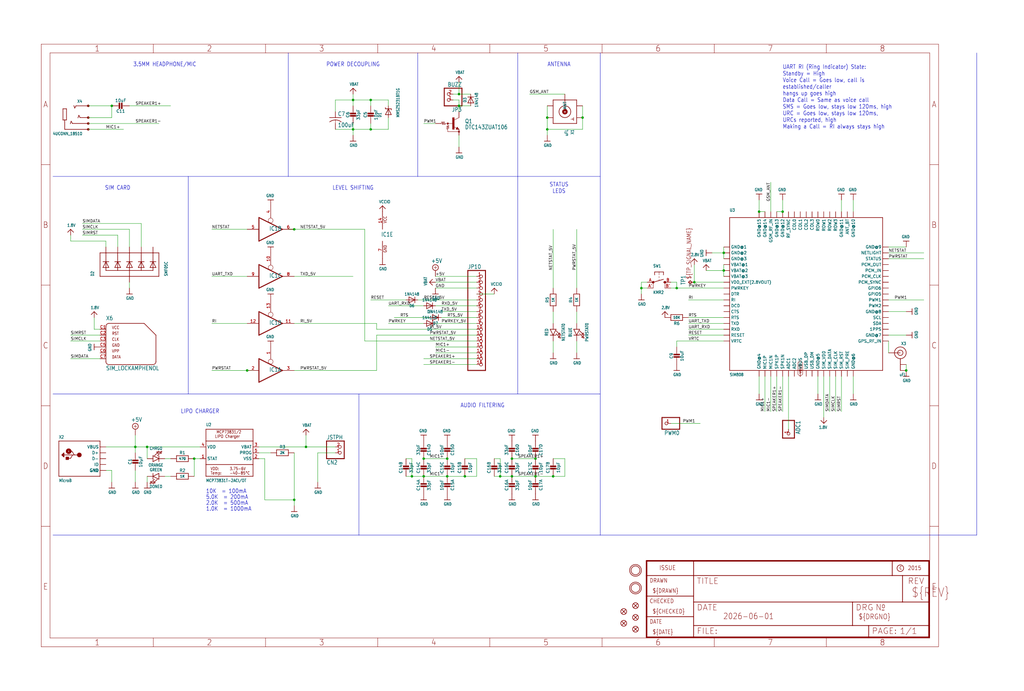
<source format=kicad_sch>
(kicad_sch (version 20230121) (generator eeschema)
  (paper "User" 442.036 298.602)
  (junction (at 182.88 205.74))
  (junction (at 236.22 55.88))
  (junction (at 292.1 124.46))
  (junction (at 160.02 55.88))
  (junction (at 299.72 121.92))
  (junction (at 327.66 91.44))
  (junction (at 312.42 116.84))
  (junction (at 152.4 55.88))
  (junction (at 391.16 160.02))
  (junction (at 127 99.06))
  (junction (at 220.98 205.74))
  (junction (at 231.14 198.12))
  (junction (at 127 215.9))
  (junction (at 132.08 193.04))
  (junction (at 182.88 198.12))
  (junction (at 215.9 205.74))
  (junction (at 160.02 43.18))
  (junction (at 198.12 45.72))
  (junction (at 58.42 193.04))
  (junction (at 276.86 124.46))
  (junction (at 48.26 45.72))
  (junction (at 152.4 43.18))
  (junction (at 251.46 50.8))
  (junction (at 200.66 205.74))
  (junction (at 177.8 205.74))
  (junction (at 231.14 205.74))
  (junction (at 193.04 205.74))
  (junction (at 236.22 50.8))
  (junction (at 63.5 193.04))
  (junction (at 193.04 198.12))
  (junction (at 238.76 205.74))
  (junction (at 106.68 160.02))
  (junction (at 337.82 91.44))
  (junction (at 220.98 198.12))
  (junction (at 312.42 109.22))
  (junction (at 198.12 40.64))
  (junction (at 83.82 198.12))
  (wire (pts (xy 213.36 198.12) (xy 215.9 198.12)) (stroke (width 0.1524)))
  (wire (pts (xy 182.88 154.94) (xy 205.74 154.94)) (stroke (width 0.1524)))
  (polyline (pts (xy 154.94 170.18) (xy 223.52 170.18)) (stroke (width 0.1524) (type solid)))
  (wire (pts (xy 48.26 45.72) (xy 48.26 50.8)) (stroke (width 0.1524)))
  (wire (pts (xy 106.68 160.02) (xy 91.44 160.02)) (stroke (width 0.1524)))
  (wire (pts (xy 167.64 55.88) (xy 167.64 50.8)) (stroke (width 0.1524)))
  (wire (pts (xy 177.8 198.12) (xy 177.8 205.74)) (stroke (width 0.1524)))
  (wire (pts (xy 38.1 53.34) (xy 68.58 53.34)) (stroke (width 0.1524)))
  (wire (pts (xy 182.88 205.74) (xy 193.04 205.74)) (stroke (width 0.1524)))
  (wire (pts (xy 175.26 198.12) (xy 177.8 198.12)) (stroke (width 0.1524)))
  (wire (pts (xy 383.54 106.68) (xy 391.16 106.68)) (stroke (width 0.1524)))
  (wire (pts (xy 363.22 162.56) (xy 363.22 177.8)) (stroke (width 0.1524)))
  (wire (pts (xy 236.22 58.42) (xy 236.22 55.88)) (stroke (width 0.1524)))
  (wire (pts (xy 340.36 162.56) (xy 340.36 185.42)) (stroke (width 0.1524)))
  (wire (pts (xy 353.06 162.56) (xy 353.06 170.18)) (stroke (width 0.1524)))
  (wire (pts (xy 251.46 55.88) (xy 251.46 50.8)) (stroke (width 0.1524)))
  (wire (pts (xy 248.92 99.06) (xy 248.92 124.46)) (stroke (width 0.1524)))
  (wire (pts (xy 45.72 106.68) (xy 45.72 104.14)) (stroke (width 0.1524)))
  (wire (pts (xy 238.76 124.46) (xy 238.76 99.06)) (stroke (width 0.1524)))
  (wire (pts (xy 187.96 53.34) (xy 182.88 53.34)) (stroke (width 0.1524)))
  (wire (pts (xy 182.88 139.7) (xy 167.64 139.7)) (stroke (width 0.1524)))
  (wire (pts (xy 205.74 198.12) (xy 205.74 205.74)) (stroke (width 0.1524)))
  (wire (pts (xy 337.82 162.56) (xy 337.82 177.8)) (stroke (width 0.1524)))
  (wire (pts (xy 312.42 121.92) (xy 299.72 121.92)) (stroke (width 0.1524)))
  (wire (pts (xy 132.08 193.04) (xy 111.76 193.04)) (stroke (width 0.1524)))
  (wire (pts (xy 60.96 96.52) (xy 35.56 96.52)) (stroke (width 0.1524)))
  (wire (pts (xy 190.5 137.16) (xy 205.74 137.16)) (stroke (width 0.1524)))
  (wire (pts (xy 137.16 195.58) (xy 137.16 208.28)) (stroke (width 0.1524)))
  (wire (pts (xy 391.16 157.48) (xy 391.16 160.02)) (stroke (width 0.1524)))
  (wire (pts (xy 132.08 193.04) (xy 144.78 193.04)) (stroke (width 0.1524)))
  (wire (pts (xy 215.9 205.74) (xy 213.36 205.74)) (stroke (width 0.1524)))
  (polyline (pts (xy 223.52 170.18) (xy 223.52 76.2)) (stroke (width 0.1524) (type solid)))
  (polyline (pts (xy 180.34 76.2) (xy 180.34 22.86)) (stroke (width 0.1524) (type solid)))
  (wire (pts (xy 127 99.06) (xy 157.48 99.06)) (stroke (width 0.1524)))
  (wire (pts (xy 327.66 162.56) (xy 327.66 170.18)) (stroke (width 0.1524)))
  (wire (pts (xy 248.92 152.4) (xy 248.92 147.32)) (stroke (width 0.1524)))
  (wire (pts (xy 127 215.9) (xy 127 218.44)) (stroke (width 0.1524)))
  (wire (pts (xy 198.12 45.72) (xy 203.2 45.72)) (stroke (width 0.1524)))
  (wire (pts (xy 111.76 198.12) (xy 114.3 198.12)) (stroke (width 0.1524)))
  (wire (pts (xy 198.12 58.42) (xy 198.12 63.5)) (stroke (width 0.1524)))
  (polyline (pts (xy 81.28 170.18) (xy 154.94 170.18)) (stroke (width 0.1524) (type solid)))
  (polyline (pts (xy 259.08 170.18) (xy 259.08 76.2)) (stroke (width 0.1524) (type solid)))
  (wire (pts (xy 48.26 45.72) (xy 38.1 45.72)) (stroke (width 0.1524)))
  (wire (pts (xy 358.14 177.8) (xy 358.14 162.56)) (stroke (width 0.1524)))
  (wire (pts (xy 289.56 182.88) (xy 302.26 182.88)) (stroke (width 0.1524)))
  (wire (pts (xy 152.4 45.72) (xy 152.4 43.18)) (stroke (width 0.1524)))
  (wire (pts (xy 187.96 139.7) (xy 205.74 139.7)) (stroke (width 0.1524)))
  (wire (pts (xy 152.4 43.18) (xy 160.02 43.18)) (stroke (width 0.1524)))
  (wire (pts (xy 45.72 203.2) (xy 48.26 203.2)) (stroke (width 0.1524)))
  (wire (pts (xy 363.22 86.36) (xy 363.22 91.44)) (stroke (width 0.1524)))
  (wire (pts (xy 279.4 121.92) (xy 276.86 121.92)) (stroke (width 0.1524)))
  (wire (pts (xy 30.48 154.94) (xy 43.18 154.94)) (stroke (width 0.1524)))
  (wire (pts (xy 335.28 177.8) (xy 335.28 162.56)) (stroke (width 0.1524)))
  (wire (pts (xy 162.56 144.78) (xy 205.74 144.78)) (stroke (width 0.1524)))
  (wire (pts (xy 205.74 142.24) (xy 162.56 142.24)) (stroke (width 0.1524)))
  (wire (pts (xy 45.72 104.14) (xy 30.48 104.14)) (stroke (width 0.1524)))
  (wire (pts (xy 106.68 139.7) (xy 91.44 139.7)) (stroke (width 0.1524)))
  (wire (pts (xy 205.74 119.38) (xy 187.96 119.38)) (stroke (width 0.1524)))
  (wire (pts (xy 312.42 114.3) (xy 312.42 116.84)) (stroke (width 0.1524)))
  (wire (pts (xy 205.74 149.86) (xy 187.96 149.86)) (stroke (width 0.1524)))
  (wire (pts (xy 327.66 91.44) (xy 330.2 91.44)) (stroke (width 0.1524)))
  (wire (pts (xy 63.5 198.12) (xy 63.5 193.04)) (stroke (width 0.1524)))
  (wire (pts (xy 180.34 129.54) (xy 205.74 129.54)) (stroke (width 0.1524)))
  (polyline (pts (xy 22.86 231.14) (xy 154.94 231.14)) (stroke (width 0.1524) (type solid)))
  (wire (pts (xy 236.22 50.8) (xy 236.22 55.88)) (stroke (width 0.1524)))
  (wire (pts (xy 276.86 124.46) (xy 276.86 127)) (stroke (width 0.1524)))
  (polyline (pts (xy 22.86 76.2) (xy 81.28 76.2)) (stroke (width 0.1524) (type solid)))
  (wire (pts (xy 195.58 43.18) (xy 198.12 43.18)) (stroke (width 0.1524)))
  (wire (pts (xy 198.12 40.64) (xy 203.2 40.64)) (stroke (width 0.1524)))
  (wire (pts (xy 127 139.7) (xy 162.56 139.7)) (stroke (width 0.1524)))
  (wire (pts (xy 83.82 205.74) (xy 83.82 198.12)) (stroke (width 0.1524)))
  (wire (pts (xy 182.88 157.48) (xy 205.74 157.48)) (stroke (width 0.1524)))
  (wire (pts (xy 312.42 109.22) (xy 312.42 111.76)) (stroke (width 0.1524)))
  (wire (pts (xy 276.86 121.92) (xy 276.86 124.46)) (stroke (width 0.1524)))
  (wire (pts (xy 43.18 144.78) (xy 30.48 144.78)) (stroke (width 0.1524)))
  (wire (pts (xy 60.96 106.68) (xy 60.96 96.52)) (stroke (width 0.1524)))
  (wire (pts (xy 312.42 142.24) (xy 297.18 142.24)) (stroke (width 0.1524)))
  (wire (pts (xy 231.14 198.12) (xy 220.98 198.12)) (stroke (width 0.1524)))
  (wire (pts (xy 330.2 177.8) (xy 330.2 162.56)) (stroke (width 0.1524)))
  (wire (pts (xy 144.78 43.18) (xy 152.4 43.18)) (stroke (width 0.1524)))
  (polyline (pts (xy 259.08 231.14) (xy 259.08 170.18)) (stroke (width 0.1524) (type solid)))
  (wire (pts (xy 292.1 147.32) (xy 292.1 149.86)) (stroke (width 0.1524)))
  (wire (pts (xy 307.34 109.22) (xy 312.42 109.22)) (stroke (width 0.1524)))
  (wire (pts (xy 38.1 50.8) (xy 48.26 50.8)) (stroke (width 0.1524)))
  (wire (pts (xy 190.5 134.62) (xy 205.74 134.62)) (stroke (width 0.1524)))
  (wire (pts (xy 58.42 193.04) (xy 63.5 193.04)) (stroke (width 0.1524)))
  (polyline (pts (xy 81.28 76.2) (xy 124.46 76.2)) (stroke (width 0.1524) (type solid)))
  (wire (pts (xy 160.02 43.18) (xy 167.64 43.18)) (stroke (width 0.1524)))
  (wire (pts (xy 187.96 121.92) (xy 205.74 121.92)) (stroke (width 0.1524)))
  (wire (pts (xy 238.76 147.32) (xy 238.76 152.4)) (stroke (width 0.1524)))
  (wire (pts (xy 312.42 144.78) (xy 297.18 144.78)) (stroke (width 0.1524)))
  (polyline (pts (xy 154.94 231.14) (xy 259.08 231.14)) (stroke (width 0.1524) (type solid)))
  (wire (pts (xy 38.1 55.88) (xy 53.34 55.88)) (stroke (width 0.1524)))
  (polyline (pts (xy 22.86 170.18) (xy 81.28 170.18)) (stroke (width 0.1524) (type solid)))
  (wire (pts (xy 332.74 162.56) (xy 332.74 177.8)) (stroke (width 0.1524)))
  (wire (pts (xy 355.6 162.56) (xy 355.6 180.34)) (stroke (width 0.1524)))
  (wire (pts (xy 236.22 55.88) (xy 251.46 55.88)) (stroke (width 0.1524)))
  (wire (pts (xy 238.76 134.62) (xy 238.76 139.7)) (stroke (width 0.1524)))
  (wire (pts (xy 50.8 101.6) (xy 35.56 101.6)) (stroke (width 0.1524)))
  (wire (pts (xy 111.76 195.58) (xy 116.84 195.58)) (stroke (width 0.1524)))
  (wire (pts (xy 360.68 162.56) (xy 360.68 177.8)) (stroke (width 0.1524)))
  (wire (pts (xy 83.82 198.12) (xy 86.36 198.12)) (stroke (width 0.1524)))
  (wire (pts (xy 198.12 43.18) (xy 198.12 45.72)) (stroke (width 0.1524)))
  (wire (pts (xy 198.12 40.64) (xy 195.58 40.64)) (stroke (width 0.1524)))
  (wire (pts (xy 55.88 121.92) (xy 55.88 124.46)) (stroke (width 0.1524)))
  (wire (pts (xy 312.42 137.16) (xy 297.18 137.16)) (stroke (width 0.1524)))
  (wire (pts (xy 238.76 198.12) (xy 243.84 198.12)) (stroke (width 0.1524)))
  (wire (pts (xy 48.26 203.2) (xy 48.26 208.28)) (stroke (width 0.1524)))
  (wire (pts (xy 127 119.38) (xy 152.4 119.38)) (stroke (width 0.1524)))
  (wire (pts (xy 58.42 195.58) (xy 58.42 193.04)) (stroke (width 0.1524)))
  (wire (pts (xy 73.66 45.72) (xy 55.88 45.72)) (stroke (width 0.1524)))
  (wire (pts (xy 383.54 147.32) (xy 383.54 152.4)) (stroke (width 0.1524)))
  (wire (pts (xy 63.5 193.04) (xy 86.36 193.04)) (stroke (width 0.1524)))
  (wire (pts (xy 73.66 205.74) (xy 71.12 205.74)) (stroke (width 0.1524)))
  (wire (pts (xy 368.3 170.18) (xy 368.3 162.56)) (stroke (width 0.1524)))
  (wire (pts (xy 198.12 45.72) (xy 198.12 48.26)) (stroke (width 0.1524)))
  (wire (pts (xy 236.22 45.72) (xy 236.22 50.8)) (stroke (width 0.1524)))
  (wire (pts (xy 215.9 205.74) (xy 220.98 205.74)) (stroke (width 0.1524)))
  (wire (pts (xy 124.46 99.06) (xy 127 99.06)) (stroke (width 0.1524)))
  (wire (pts (xy 312.42 129.54) (xy 297.18 129.54)) (stroke (width 0.1524)))
  (wire (pts (xy 383.54 144.78) (xy 391.16 144.78)) (stroke (width 0.1524)))
  (wire (pts (xy 50.8 106.68) (xy 50.8 101.6)) (stroke (width 0.1524)))
  (wire (pts (xy 160.02 55.88) (xy 167.64 55.88)) (stroke (width 0.1524)))
  (wire (pts (xy 167.64 43.18) (xy 167.64 45.72)) (stroke (width 0.1524)))
  (wire (pts (xy 292.1 147.32) (xy 312.42 147.32)) (stroke (width 0.1524)))
  (wire (pts (xy 243.84 205.74) (xy 238.76 205.74)) (stroke (width 0.1524)))
  (wire (pts (xy 327.66 86.36) (xy 327.66 91.44)) (stroke (width 0.1524)))
  (polyline (pts (xy 154.94 231.14) (xy 154.94 170.18)) (stroke (width 0.1524) (type solid)))
  (wire (pts (xy 391.16 134.62) (xy 383.54 134.62)) (stroke (width 0.1524)))
  (polyline (pts (xy 124.46 76.2) (xy 180.34 76.2)) (stroke (width 0.1524) (type solid)))
  (wire (pts (xy 312.42 106.68) (xy 312.42 109.22)) (stroke (width 0.1524)))
  (wire (pts (xy 238.76 205.74) (xy 231.14 205.74)) (stroke (width 0.1524)))
  (polyline (pts (xy 223.52 76.2) (xy 180.34 76.2)) (stroke (width 0.1524) (type solid)))
  (wire (pts (xy 292.1 121.92) (xy 292.1 124.46)) (stroke (width 0.1524)))
  (polyline (pts (xy 223.52 170.18) (xy 259.08 170.18)) (stroke (width 0.1524) (type solid)))
  (wire (pts (xy 55.88 99.06) (xy 35.56 99.06)) (stroke (width 0.1524)))
  (wire (pts (xy 162.56 142.24) (xy 162.56 139.7)) (stroke (width 0.1524)))
  (wire (pts (xy 157.48 147.32) (xy 157.48 99.06)) (stroke (width 0.1524)))
  (wire (pts (xy 152.4 58.42) (xy 152.4 55.88)) (stroke (width 0.1524)))
  (wire (pts (xy 182.88 132.08) (xy 167.64 132.08)) (stroke (width 0.1524)))
  (wire (pts (xy 170.18 137.16) (xy 185.42 137.16)) (stroke (width 0.1524)))
  (wire (pts (xy 63.5 205.74) (xy 63.5 208.28)) (stroke (width 0.1524)))
  (wire (pts (xy 127 195.58) (xy 127 215.9)) (stroke (width 0.1524)))
  (wire (pts (xy 187.96 132.08) (xy 205.74 132.08)) (stroke (width 0.1524)))
  (wire (pts (xy 312.42 116.84) (xy 304.8 116.84)) (stroke (width 0.1524)))
  (wire (pts (xy 40.64 142.24) (xy 40.64 137.16)) (stroke (width 0.1524)))
  (wire (pts (xy 200.66 198.12) (xy 205.74 198.12)) (stroke (width 0.1524)))
  (wire (pts (xy 109.22 160.02) (xy 106.68 160.02)) (stroke (width 0.1524)))
  (wire (pts (xy 299.72 121.92) (xy 299.72 114.3)) (stroke (width 0.1524)))
  (wire (pts (xy 106.68 99.06) (xy 91.44 99.06)) (stroke (width 0.1524)))
  (wire (pts (xy 312.42 139.7) (xy 297.18 139.7)) (stroke (width 0.1524)))
  (wire (pts (xy 228.6 40.64) (xy 243.84 40.64)) (stroke (width 0.1524)))
  (wire (pts (xy 58.42 193.04) (xy 58.42 187.96)) (stroke (width 0.1524)))
  (wire (pts (xy 205.74 124.46) (xy 187.96 124.46)) (stroke (width 0.1524)))
  (wire (pts (xy 335.28 91.44) (xy 337.82 91.44)) (stroke (width 0.1524)))
  (polyline (pts (xy 81.28 170.18) (xy 81.28 76.2)) (stroke (width 0.1524) (type solid)))
  (wire (pts (xy 175.26 129.54) (xy 160.02 129.54)) (stroke (width 0.1524)))
  (wire (pts (xy 55.88 106.68) (xy 55.88 99.06)) (stroke (width 0.1524)))
  (wire (pts (xy 193.04 198.12) (xy 182.88 198.12)) (stroke (width 0.1524)))
  (wire (pts (xy 106.68 119.38) (xy 91.44 119.38)) (stroke (width 0.1524)))
  (wire (pts (xy 144.78 48.26) (xy 144.78 43.18)) (stroke (width 0.1524)))
  (polyline (pts (xy 124.46 76.2) (xy 124.46 22.86)) (stroke (width 0.1524) (type solid)))
  (wire (pts (xy 205.74 147.32) (xy 157.48 147.32)) (stroke (width 0.1524)))
  (wire (pts (xy 73.66 198.12) (xy 71.12 198.12)) (stroke (width 0.1524)))
  (wire (pts (xy 215.9 198.12) (xy 215.9 205.74)) (stroke (width 0.1524)))
  (wire (pts (xy 289.56 121.92) (xy 292.1 121.92)) (stroke (width 0.1524)))
  (polyline (pts (xy 223.52 76.2) (xy 223.52 22.86)) (stroke (width 0.1524) (type solid)))
  (wire (pts (xy 337.82 86.36) (xy 337.82 91.44)) (stroke (width 0.1524)))
  (wire (pts (xy 205.74 152.4) (xy 187.96 152.4)) (stroke (width 0.1524)))
  (wire (pts (xy 220.98 205.74) (xy 231.14 205.74)) (stroke (width 0.1524)))
  (polyline (pts (xy 259.08 231.14) (xy 421.64 231.14)) (stroke (width 0.1524) (type solid)))
  (wire (pts (xy 243.84 198.12) (xy 243.84 205.74)) (stroke (width 0.1524)))
  (wire (pts (xy 132.08 193.04) (xy 132.08 187.96)) (stroke (width 0.1524)))
  (wire (pts (xy 45.72 193.04) (xy 58.42 193.04)) (stroke (width 0.1524)))
  (wire (pts (xy 144.78 55.88) (xy 152.4 55.88)) (stroke (width 0.1524)))
  (wire (pts (xy 152.4 53.34) (xy 152.4 55.88)) (stroke (width 0.1524)))
  (wire (pts (xy 312.42 116.84) (xy 312.42 119.38)) (stroke (width 0.1524)))
  (wire (pts (xy 177.8 205.74) (xy 175.26 205.74)) (stroke (width 0.1524)))
  (wire (pts (xy 332.74 91.44) (xy 332.74 78.74)) (stroke (width 0.1524)))
  (wire (pts (xy 152.4 43.18) (xy 152.4 40.64)) (stroke (width 0.1524)))
  (wire (pts (xy 137.16 195.58) (xy 144.78 195.58)) (stroke (width 0.1524)))
  (wire (pts (xy 43.18 142.24) (xy 40.64 142.24)) (stroke (width 0.1524)))
  (wire (pts (xy 114.3 198.12) (xy 114.3 215.9)) (stroke (width 0.1524)))
  (wire (pts (xy 248.92 134.62) (xy 248.92 139.7)) (stroke (width 0.1524)))
  (wire (pts (xy 58.42 203.2) (xy 58.42 208.28)) (stroke (width 0.1524)))
  (wire (pts (xy 213.36 127) (xy 205.74 127)) (stroke (width 0.1524)))
  (wire (pts (xy 127 160.02) (xy 162.56 160.02)) (stroke (width 0.1524)))
  (polyline (pts (xy 421.64 231.14) (xy 421.64 22.86)) (stroke (width 0.1524) (type solid)))
  (wire (pts (xy 30.48 104.14) (xy 30.48 101.6)) (stroke (width 0.1524)))
  (polyline (pts (xy 223.52 76.2) (xy 259.08 76.2)) (stroke (width 0.1524) (type solid)))
  (wire (pts (xy 114.3 215.9) (xy 127 215.9)) (stroke (width 0.1524)))
  (wire (pts (xy 200.66 205.74) (xy 193.04 205.74)) (stroke (width 0.1524)))
  (wire (pts (xy 198.12 35.56) (xy 198.12 40.64)) (stroke (width 0.1524)))
  (wire (pts (xy 368.3 91.44) (xy 368.3 86.36)) (stroke (width 0.1524)))
  (wire (pts (xy 312.42 124.46) (xy 292.1 124.46)) (stroke (width 0.1524)))
  (wire (pts (xy 279.4 124.46) (xy 276.86 124.46)) (stroke (width 0.1524)))
  (wire (pts (xy 160.02 53.34) (xy 160.02 55.88)) (stroke (width 0.1524)))
  (wire (pts (xy 160.02 45.72) (xy 160.02 43.18)) (stroke (width 0.1524)))
  (wire (pts (xy 162.56 160.02) (xy 162.56 144.78)) (stroke (width 0.1524)))
  (wire (pts (xy 383.54 129.54) (xy 398.78 129.54)) (stroke (width 0.1524)))
  (wire (pts (xy 398.78 111.76) (xy 383.54 111.76)) (stroke (width 0.1524)))
  (wire (pts (xy 205.74 205.74) (xy 200.66 205.74)) (stroke (width 0.1524)))
  (wire (pts (xy 292.1 124.46) (xy 289.56 124.46)) (stroke (width 0.1524)))
  (wire (pts (xy 152.4 55.88) (xy 160.02 55.88)) (stroke (width 0.1524)))
  (wire (pts (xy 398.78 109.22) (xy 383.54 109.22)) (stroke (width 0.1524)))
  (wire (pts (xy 43.18 147.32) (xy 30.48 147.32)) (stroke (width 0.1524)))
  (wire (pts (xy 177.8 205.74) (xy 182.88 205.74)) (stroke (width 0.1524)))
  (polyline (pts (xy 259.08 76.2) (xy 259.08 22.86)) (stroke (width 0.1524) (type solid)))
  (wire (pts (xy 251.46 50.8) (xy 251.46 45.72)) (stroke (width 0.1524)))
  (text "STATUS\nLEDS" (at 241.3 81.28 0) (effects (font (size 1.778 1.5113))))
  (text "2.0K  = 500mA" (at 88.9 218.44 0) (effects (font (size 1.778 1.5113)) (justify left bottom)))
  (text "ANTENNA" (at 241.3 27.94 0) (effects (font (size 1.778 1.5113))))
  (text "10K  = 100mA" (at 88.9 213.36 0) (effects (font (size 1.778 1.5113)) (justify left bottom)))
  (text "POWER DECOUPLING" (at 152.4 27.94 0) (effects (font (size 1.778 1.5113))))
  (text "LEVEL SHIFTING" (at 152.4 81.28 0) (effects (font (size 1.778 1.5113))))
  (text "SIM CARD" (at 50.8 81.28 0) (effects (font (size 1.778 1.5113))))
  (text "1.0K  = 1000mA" (at 88.9 220.98 0) (effects (font (size 1.778 1.5113)) (justify left bottom)))
  (text "UART RI (Ring Indicator) State:\nStandby = High\nVoice Call = Goes low, call is\nestablished/caller\nhangs up goes high\nData Call = Same as voice call\nSMS = Goes low, stays low 120ms, high\nURC = Goes low, stays low 120ms,\nURCs reported, high\nMaking a Call = RI always stays high" (at 337.82 55.88 0) (effects (font (size 1.778 1.5113)) (justify left bottom)))
  (text "LIPO CHARGER" (at 86.36 177.8 0) (effects (font (size 1.778 1.5113))))
  (text "AUDIO FILTERING" (at 208.28 175.26 0) (effects (font (size 1.778 1.5113))))
  (text "5.0K  = 200mA" (at 88.9 215.9 0) (effects (font (size 1.778 1.5113)) (justify left bottom)))
  (text "3.5MM HEADPHONE/MIC" (at 71.12 27.94 0) (effects (font (size 1.778 1.5113))))
  (label "MIC1+" (at 330.2 177.8 90) (effects (font (size 1.2446 1.2446))))
  (label "RESET" (at 297.18 144.78 0) (effects (font (size 1.2446 1.2446))))
  (label "PWM1" (at 386.08 129.54 0) (effects (font (size 1.2446 1.2446))))
  (label "PWRSTAT_5V" (at 185.42 144.78 0) (effects (font (size 1.2446 1.2446))))
  (label "SPEAKER1+" (at 335.28 177.8 90) (effects (font (size 1.2446 1.2446))))
  (label "RTS_5V" (at 193.04 137.16 0) (effects (font (size 1.2446 1.2446))))
  (label "GND" (at 187.96 124.46 0) (effects (font (size 1.2446 1.2446))))
  (label "GSM_ANT" (at 228.6 40.64 0) (effects (font (size 1.2446 1.2446))))
  (label "VRTC" (at 297.18 147.32 0) (effects (font (size 1.2446 1.2446))))
  (label "RI" (at 91.44 139.7 0) (effects (font (size 1.2446 1.2446))))
  (label "MIC1-" (at 185.42 205.74 0) (effects (font (size 1.2446 1.2446))))
  (label "SPEAKER1+" (at 58.42 45.72 0) (effects (font (size 1.2446 1.2446))))
  (label "SIMDATA" (at 358.14 177.8 90) (effects (font (size 1.2446 1.2446))))
  (label "PWRSTAT_5V" (at 129.54 160.02 0) (effects (font (size 1.2446 1.2446))))
  (label "NETSTAT" (at 91.44 99.06 0) (effects (font (size 1.2446 1.2446))))
  (label "UART_RXD" (at 167.64 132.08 0) (effects (font (size 1.2446 1.2446))))
  (label "SIMCLK" (at 35.56 99.06 0) (effects (font (size 1.2446 1.2446))))
  (label "SIMCLK" (at 30.48 147.32 0) (effects (font (size 1.2446 1.2446))))
  (label "PWRSTAT" (at 91.44 160.02 0) (effects (font (size 1.2446 1.2446))))
  (label "MIC1-" (at 187.96 152.4 0) (effects (font (size 1.2446 1.2446))))
  (label "MIC1+" (at 45.72 55.88 0) (effects (font (size 1.2446 1.2446))))
  (label "RXD_5V" (at 190.5 132.08 0) (effects (font (size 1.2446 1.2446))))
  (label "PWRKEY" (at 297.18 124.46 0) (effects (font (size 1.2446 1.2446))))
  (label "SIMDATA" (at 35.56 96.52 0) (effects (font (size 1.2446 1.2446))))
  (label "+5V" (at 187.96 119.38 0) (effects (font (size 1.2446 1.2446))))
  (label "NETSTAT_5V" (at 129.54 99.06 0) (effects (font (size 1.2446 1.2446))))
  (label "SIMRST" (at 35.56 101.6 0) (effects (font (size 1.2446 1.2446))))
  (label "SIMDATA" (at 30.48 154.94 0) (effects (font (size 1.2446 1.2446))))
  (label "SPEAKER1-" (at 58.42 53.34 0) (effects (font (size 1.2446 1.2446))))
  (label "RTS" (at 172.72 137.16 0) (effects (font (size 1.2446 1.2446))))
  (label "MIC1+" (at 187.96 149.86 0) (effects (font (size 1.2446 1.2446))))
  (label "RI_5V" (at 185.42 142.24 0) (effects (font (size 1.2446 1.2446))))
  (label "RI" (at 297.18 129.54 0) (effects (font (size 1.2446 1.2446))))
  (label "RESET_5V" (at 182.88 129.54 0) (effects (font (size 1.2446 1.2446))))
  (label "SIMCLK" (at 360.68 177.8 90) (effects (font (size 1.2446 1.2446))))
  (label "SPEAKER1-" (at 337.82 177.8 90) (effects (font (size 1.2446 1.2446))))
  (label "PWRKEY_5V" (at 190.5 139.7 0) (effects (font (size 1.2446 1.2446))))
  (label "PWM1" (at 294.64 182.88 0) (effects (font (size 1.2446 1.2446))))
  (label "NETSTAT_5V" (at 185.42 147.32 0) (effects (font (size 1.2446 1.2446))))
  (label "SPEAKER1-" (at 223.52 205.74 0) (effects (font (size 1.2446 1.2446))))
  (label "TXD_5V" (at 190.5 134.62 0) (effects (font (size 1.2446 1.2446))))
  (label "SPEAKER1-" (at 185.42 157.48 0) (effects (font (size 1.2446 1.2446))))
  (label "UART_RXD" (at 297.18 142.24 0) (effects (font (size 1.2446 1.2446))))
  (label "NETSTAT_5V" (at 238.76 116.84 90) (effects (font (size 1.2446 1.2446))))
  (label "PWRKEY" (at 167.64 139.7 0) (effects (font (size 1.2446 1.2446))))
  (label "SIMRST" (at 30.48 144.78 0) (effects (font (size 1.2446 1.2446))))
  (label "VBAT" (at 187.96 121.92 0) (effects (font (size 1.2446 1.2446))))
  (label "MIC1-" (at 332.74 177.8 90) (effects (font (size 1.2446 1.2446))))
  (label "RESET" (at 160.02 129.54 0) (effects (font (size 1.2446 1.2446))))
  (label "PWM1" (at 182.88 53.34 0) (effects (font (size 1.2446 1.2446))))
  (label "MIC1+" (at 185.42 198.12 0) (effects (font (size 1.2446 1.2446))))
  (label "SPEAKER1+" (at 223.52 198.12 0) (effects (font (size 1.2446 1.2446))))
  (label "PWRSTAT" (at 383.54 111.76 0) (effects (font (size 1.2446 1.2446))))
  (label "RTS" (at 297.18 137.16 0) (effects (font (size 1.2446 1.2446))))
  (label "TXD_5V" (at 129.54 119.38 0) (effects (font (size 1.2446 1.2446))))
  (label "UART_TXD" (at 91.44 119.38 0) (effects (font (size 1.2446 1.2446))))
  (label "PWRSTAT_5V" (at 248.92 116.84 90) (effects (font (size 1.2446 1.2446))))
  (label "SPEAKER1+" (at 185.42 154.94 0) (effects (font (size 1.2446 1.2446))))
  (label "SIMRST" (at 363.22 177.8 90) (effects (font (size 1.2446 1.2446))))
  (label "UART_TXD" (at 297.18 139.7 0) (effects (font (size 1.2446 1.2446))))
  (label "NETSTAT" (at 383.54 109.22 0) (effects (font (size 1.2446 1.2446))))
  (label "GSM_ANT" (at 332.74 78.74 270) (effects (font (size 1.2446 1.2446))))
  (label "RI_5V" (at 129.54 139.7 0) (effects (font (size 1.2446 1.2446))))
  (global_label "VBUS" (shape bidirectional) (at 345.44 162.56 90) (effects (font (size 1.016 1.016))) (property "Intersheetrefs" "${INTERSHEET_REFS}" (effects hide)))
  (symbol (lib_id "working-eagle-import:-NPN_DRIVER-SC59-BEC") (at 195.58 53.34 0) (unit 1)
    (property "Reference" "Q1" (at 200.66 53.34 0) (effects (font (size 1.778 1.5113)) (justify left bottom)))
    (property "Value" "DTC143ZUAT106" (at 200.66 55.88 0) (effects (font (size 1.778 1.5113)) (justify left bottom)))
    (property "Footprint" "working:SC59-BEC" (effects hide))
  )
  (symbol (lib_id "working-eagle-import:FIDUCIAL{dblquote}{dblquote}") (at 269.24 264.16 0) (unit 1)
    (property "Reference" "FID4" (effects hide))
    (property "Value" "FIDUCIAL{dblquote}{dblquote}" (effects hide))
    (property "Footprint" "working:FIDUCIAL_1MM" (effects hide))
  )
  (symbol (lib_id "working-eagle-import:CAP_CERAMIC0805-NOOUTLINE") (at 152.4 50.8 0) (unit 1)
    (property "Reference" "C6" (at 150.11 49.55 90))
    (property "Value" "33pF" (at 154.7 49.55 90))
    (property "Footprint" "working:0805-NO" (effects hide))
  )
  (symbol (lib_id "working-eagle-import:CAP_4PACK1206") (at 182.88 210.82 0) (unit 1)
    (property "Reference" "C14" (at 180.59 209.57 90))
    (property "Value" "33pF" (at 185.18 209.57 90))
    (property "Footprint" "working:RESPACK_4X0603" (effects hide))
  )
  (symbol (lib_id "working-eagle-import:GND") (at 137.16 210.82 0) (unit 1)
    (property "Reference" "#U$4" (effects hide))
    (property "Value" "GND" (at 135.636 213.36 0) (effects (font (size 1.27 1.0795)) (justify left bottom)))
  )
  (symbol (lib_id "working-eagle-import:CAP_4PACK1206") (at 231.14 193.04 180) (unit 4)
    (property "Reference" "C17" (at 233.43 194.29 90))
    (property "Value" "10pF" (at 228.84 194.29 90))
    (property "Footprint" "working:RESPACK_4X0603" (effects hide))
  )
  (symbol (lib_id "working-eagle-import:HEADER-1X2ROUND") (at 193.04 40.64 180) (unit 1)
    (property "Reference" "JP3" (at 199.39 46.355 0) (effects (font (size 1.778 1.5113)) (justify left bottom)))
    (property "Value" "BUZZ" (at 199.39 35.56 0) (effects (font (size 1.778 1.5113)) (justify left bottom)))
    (property "Footprint" "working:1X02_ROUND" (effects hide))
  )
  (symbol (lib_id "working-eagle-import:GND") (at 48.26 210.82 0) (unit 1)
    (property "Reference" "#U$2" (effects hide))
    (property "Value" "GND" (at 46.736 213.36 0) (effects (font (size 1.27 1.0795)) (justify left bottom)))
  )
  (symbol (lib_id "working-eagle-import:2.8V") (at 287.02 134.62 0) (unit 1)
    (property "Reference" "#U$10" (effects hide))
    (property "Value" "2.8V" (at 285.496 133.604 0) (effects (font (size 1.27 1.0795)) (justify left bottom)))
  )
  (symbol (lib_id "working-eagle-import:VBAT") (at 152.4 38.1 0) (unit 1)
    (property "Reference" "#U$9" (effects hide))
    (property "Value" "VBAT" (at 150.876 37.084 0) (effects (font (size 1.27 1.0795)) (justify left bottom)))
  )
  (symbol (lib_id "working-eagle-import:GND") (at 116.84 106.68 180) (unit 1)
    (property "Reference" "#U$19" (effects hide))
    (property "Value" "GND" (at 118.364 104.14 0) (effects (font (size 1.27 1.0795)) (justify left bottom)))
  )
  (symbol (lib_id "working-eagle-import:GND") (at 187.96 127 0) (unit 1)
    (property "Reference" "#U$35" (effects hide))
    (property "Value" "GND" (at 186.436 129.54 0) (effects (font (size 1.27 1.0795)) (justify left bottom)))
  )
  (symbol (lib_id "working-eagle-import:GND") (at 63.5 210.82 0) (unit 1)
    (property "Reference" "#U$7" (effects hide))
    (property "Value" "GND" (at 61.976 213.36 0) (effects (font (size 1.27 1.0795)) (justify left bottom)))
  )
  (symbol (lib_id "working-eagle-import:GND") (at 248.92 154.94 0) (unit 1)
    (property "Reference" "#U$16" (effects hide))
    (property "Value" "GND" (at 247.396 157.48 0) (effects (font (size 1.27 1.0795)) (justify left bottom)))
  )
  (symbol (lib_id "working-eagle-import:GND") (at 393.7 144.78 90) (unit 1)
    (property "Reference" "#U$61" (effects hide))
    (property "Value" "GND" (at 396.24 146.304 0) (effects (font (size 1.27 1.0795)) (justify left bottom)))
  )
  (symbol (lib_id "working-eagle-import:CAP_4PACK1206") (at 175.26 203.2 0) (unit 2)
    (property "Reference" "C14" (at 172.97 201.95 90))
    (property "Value" "33pF" (at 177.56 201.95 90))
    (property "Footprint" "working:RESPACK_4X0603" (effects hide))
  )
  (symbol (lib_id "working-eagle-import:RESISTOR0805_NOOUTLINE") (at 248.92 129.54 90) (unit 1)
    (property "Reference" "R4" (at 246.38 129.54 0))
    (property "Value" "1K" (at 248.92 129.54 0) (effects (font (size 1.016 1.016) bold)))
    (property "Footprint" "working:0805-NO" (effects hide))
  )
  (symbol (lib_id "working-eagle-import:CAP_4PACK1206") (at 220.98 193.04 180) (unit 4)
    (property "Reference" "C16" (at 223.27 194.29 90))
    (property "Value" "33pF" (at 218.68 194.29 90))
    (property "Footprint" "working:RESPACK_4X0603" (effects hide))
  )
  (symbol (lib_id "working-eagle-import:GND") (at 236.22 60.96 0) (unit 1)
    (property "Reference" "#U$12" (effects hide))
    (property "Value" "GND" (at 234.696 63.5 0) (effects (font (size 1.27 1.0795)) (justify left bottom)))
  )
  (symbol (lib_id "working-eagle-import:C-USC1210") (at 144.78 50.8 0) (unit 1)
    (property "Reference" "C7" (at 145.796 50.165 0) (effects (font (size 1.778 1.5113)) (justify left bottom)))
    (property "Value" "100uF" (at 145.796 54.991 0) (effects (font (size 1.778 1.5113)) (justify left bottom)))
    (property "Footprint" "working:C1210" (effects hide))
  )
  (symbol (lib_id "working-eagle-import:CAP_CERAMIC0805-NOOUTLINE") (at 53.34 45.72 90) (unit 1)
    (property "Reference" "C11" (at 52.09 48.01 90))
    (property "Value" "10uF" (at 52.09 43.42 90))
    (property "Footprint" "working:0805-NO" (effects hide))
  )
  (symbol (lib_id "working-eagle-import:TVSARRAY_5LANE") (at 55.88 116.84 90) (unit 1)
    (property "Reference" "D2" (at 40.64 119.38 0) (effects (font (size 1.27 1.0795)) (justify left bottom)))
    (property "Value" "SMF05C" (at 72.39 119.38 0) (effects (font (size 1.27 1.0795)) (justify left bottom)))
    (property "Footprint" "working:SOT363" (effects hide))
  )
  (symbol (lib_id "working-eagle-import:JST_2PIN") (at 147.32 193.04 0) (mirror x) (unit 1)
    (property "Reference" "CN2" (at 140.97 198.755 0) (effects (font (size 1.778 1.5113)) (justify left bottom)))
    (property "Value" "JSTPH" (at 140.97 187.96 0) (effects (font (size 1.778 1.5113)) (justify left bottom)))
    (property "Footprint" "working:JSTPH2" (effects hide))
  )
  (symbol (lib_id "working-eagle-import:GSM_SIM808_LITERAL") (at 347.98 127 0) (unit 1)
    (property "Reference" "U3" (at 314.96 91.44 0) (effects (font (size 1.27 1.0795)) (justify left bottom)))
    (property "Value" "SIM808" (at 314.96 162.56 0) (effects (font (size 1.27 1.0795)) (justify left bottom)))
    (property "Footprint" "working:SIM900_SMT" (effects hide))
  )
  (symbol (lib_id "working-eagle-import:DIODESOD-323") (at 185.42 139.7 0) (mirror x) (unit 1)
    (property "Reference" "D5" (at 185.42 142.24 0) (effects (font (size 1.27 1.0795))))
    (property "Value" "1N4148" (at 185.42 137.2 0) (effects (font (size 1.27 1.0795))))
    (property "Footprint" "working:SOD-323" (effects hide))
  )
  (symbol (lib_id "working-eagle-import:74125PW") (at 116.84 139.7 0) (unit 4)
    (property "Reference" "IC1" (at 116.205 140.335 0) (effects (font (size 1.778 1.5113)) (justify left bottom)))
    (property "Value" "74125PW" (effects hide))
    (property "Footprint" "working:TSSOP14" (effects hide))
  )
  (symbol (lib_id "working-eagle-import:LED0805_NOOUTLINE") (at 248.92 144.78 270) (unit 1)
    (property "Reference" "PWRSTAT0" (at 253.365 143.51 0) (effects (font (size 1.27 1.0795))))
    (property "Value" "BLUE" (at 246.126 143.51 0) (effects (font (size 1.27 1.0795))))
    (property "Footprint" "working:CHIPLED_0805_NOOUTLINE" (effects hide))
  )
  (symbol (lib_id "working-eagle-import:LED0805_NOOUTLINE") (at 66.04 205.74 180) (unit 1)
    (property "Reference" "DONE0" (at 67.31 210.185 0) (effects (font (size 1.27 1.0795))))
    (property "Value" "GREEN" (at 67.31 202.946 0) (effects (font (size 1.27 1.0795))))
    (property "Footprint" "working:CHIPLED_0805_NOOUTLINE" (effects hide))
  )
  (symbol (lib_id "working-eagle-import:HEADER-1X16ROUND") (at 208.28 137.16 0) (unit 1)
    (property "Reference" "JP10" (at 201.93 116.205 0) (effects (font (size 1.778 1.5113)) (justify left bottom)))
    (property "Value" "HEADER-1X16ROUND" (effects hide))
    (property "Footprint" "working:1X16_ROUND" (effects hide))
  )
  (symbol (lib_id "working-eagle-import:FIDUCIAL{dblquote}{dblquote}") (at 269.24 269.24 0) (unit 1)
    (property "Reference" "FID5" (effects hide))
    (property "Value" "FIDUCIAL{dblquote}{dblquote}" (effects hide))
    (property "Footprint" "working:FIDUCIAL_1MM" (effects hide))
  )
  (symbol (lib_id "working-eagle-import:CAP_4PACK1206") (at 193.04 208.28 180) (unit 1)
    (property "Reference" "C15" (at 195.33 209.53 90))
    (property "Value" "10pF" (at 190.74 209.53 90))
    (property "Footprint" "working:RESPACK_4X0603" (effects hide))
  )
  (symbol (lib_id "working-eagle-import:VCCIO") (at 165.1 88.9 0) (unit 1)
    (property "Reference" "#U$55" (effects hide))
    (property "Value" "VCCIO" (at 163.576 87.884 0) (effects (font (size 1.27 1.0795)) (justify left bottom)))
  )
  (symbol (lib_id "working-eagle-import:+5V") (at 58.42 185.42 0) (unit 1)
    (property "Reference" "#SUPPLY1" (effects hide))
    (property "Value" "+5V" (at 56.515 182.245 0) (effects (font (size 1.778 1.5113)) (justify left bottom)))
  )
  (symbol (lib_id "working-eagle-import:SIM_LOCKAMPHENOL") (at 55.88 147.32 0) (unit 1)
    (property "Reference" "X6" (at 45.72 138.43 0) (effects (font (size 1.778 1.5113)) (justify left bottom)))
    (property "Value" "SIM_LOCKAMPHENOL" (at 45.72 160.02 0) (effects (font (size 1.778 1.5113)) (justify left bottom)))
    (property "Footprint" "working:C707_10M006_512_2" (effects hide))
  )
  (symbol (lib_id "working-eagle-import:CAP_4PACK1206") (at 220.98 203.2 0) (unit 3)
    (property "Reference" "C16" (at 218.69 201.95 90))
    (property "Value" "33pF" (at 223.28 201.95 90))
    (property "Footprint" "working:RESPACK_4X0603" (effects hide))
  )
  (symbol (lib_id "working-eagle-import:74125PW") (at 116.84 99.06 0) (unit 2)
    (property "Reference" "IC1" (at 116.205 99.695 0) (effects (font (size 1.778 1.5113)) (justify left bottom)))
    (property "Value" "74125PW" (effects hide))
    (property "Footprint" "working:TSSOP14" (effects hide))
  )
  (symbol (lib_id "working-eagle-import:CAP_4PACK1206") (at 193.04 193.04 180) (unit 4)
    (property "Reference" "C15" (at 195.33 194.29 90))
    (property "Value" "10pF" (at 190.74 194.29 90))
    (property "Footprint" "working:RESPACK_4X0603" (effects hide))
  )
  (symbol (lib_id "working-eagle-import:GND") (at 292.1 160.02 0) (unit 1)
    (property "Reference" "#U$24" (effects hide))
    (property "Value" "GND" (at 290.576 162.56 0) (effects (font (size 1.27 1.0795)) (justify left bottom)))
  )
  (symbol (lib_id "working-eagle-import:2.8V") (at 299.72 111.76 0) (unit 1)
    (property "Reference" "#U$23" (effects hide))
    (property "Value" "2.8V" (at 298.196 110.744 0) (effects (font (size 1.27 1.0795)) (justify left bottom)))
  )
  (symbol (lib_id "working-eagle-import:GND") (at 116.84 147.32 180) (unit 1)
    (property "Reference" "#U$5" (effects hide))
    (property "Value" "GND" (at 118.364 144.78 0) (effects (font (size 1.27 1.0795)) (justify left bottom)))
  )
  (symbol (lib_id "working-eagle-import:GND") (at 220.98 215.9 0) (unit 1)
    (property "Reference" "#U$50" (effects hide))
    (property "Value" "GND" (at 219.456 218.44 0) (effects (font (size 1.27 1.0795)) (justify left bottom)))
  )
  (symbol (lib_id "working-eagle-import:DIODESOD-323") (at 203.2 43.18 90) (unit 1)
    (property "Reference" "D3" (at 200.66 43.18 0) (effects (font (size 1.27 1.0795))))
    (property "Value" "1N4148" (at 205.7 43.18 0) (effects (font (size 1.27 1.0795))))
    (property "Footprint" "working:SOD-323" (effects hide))
  )
  (symbol (lib_id "working-eagle-import:TPTP11R") (at 297.18 121.92 90) (unit 1)
    (property "Reference" "TP1" (at 295.91 123.19 0) (effects (font (size 1.778 1.5113)) (justify left bottom)))
    (property "Value" "TPTP11R" (effects hide))
    (property "Footprint" "working:TP11R" (effects hide))
  )
  (symbol (lib_id "working-eagle-import:GND") (at 304.8 109.22 270) (unit 1)
    (property "Reference" "#U$56" (effects hide))
    (property "Value" "GND" (at 302.26 107.696 0) (effects (font (size 1.27 1.0795)) (justify left bottom)))
  )
  (symbol (lib_id "working-eagle-import:FIDUCIAL{dblquote}{dblquote}") (at 274.32 261.62 0) (unit 1)
    (property "Reference" "FID2" (effects hide))
    (property "Value" "FIDUCIAL{dblquote}{dblquote}" (effects hide))
    (property "Footprint" "working:FIDUCIAL_1MM" (effects hide))
  )
  (symbol (lib_id "working-eagle-import:GND") (at 182.88 187.96 180) (unit 1)
    (property "Reference" "#U$44" (effects hide))
    (property "Value" "GND" (at 184.404 185.42 0) (effects (font (size 1.27 1.0795)) (justify left bottom)))
  )
  (symbol (lib_id "working-eagle-import:GND") (at 193.04 187.96 180) (unit 1)
    (property "Reference" "#U$45" (effects hide))
    (property "Value" "GND" (at 194.564 185.42 0) (effects (font (size 1.27 1.0795)) (justify left bottom)))
  )
  (symbol (lib_id "working-eagle-import:GND") (at 391.16 104.14 180) (unit 1)
    (property "Reference" "#U$63" (effects hide))
    (property "Value" "GND" (at 392.684 101.6 0) (effects (font (size 1.27 1.0795)) (justify left bottom)))
  )
  (symbol (lib_id "working-eagle-import:CAP_CERAMIC0805-NOOUTLINE") (at 292.1 154.94 0) (unit 1)
    (property "Reference" "C9" (at 289.81 153.69 90))
    (property "Value" "10uF" (at 294.4 153.69 90))
    (property "Footprint" "working:0805-NO" (effects hide))
  )
  (symbol (lib_id "working-eagle-import:SMACONNECTOR_EDGE_UFL") (at 243.84 48.26 270) (unit 1)
    (property "Reference" "X1" (at 246.38 55.88 0) (effects (font (size 1.27 1.0795)) (justify left bottom)))
    (property "Value" "uFL" (at 243.84 55.88 0) (effects (font (size 1.27 1.0795)) (justify left bottom)))
    (property "Footprint" "working:SMA_EDGELAUNCH_UFL" (effects hide))
  )
  (symbol (lib_id "working-eagle-import:LED0805_NOOUTLINE") (at 68.58 198.12 0) (unit 1)
    (property "Reference" "CHRG0" (at 67.31 193.675 0) (effects (font (size 1.27 1.0795))))
    (property "Value" "ORANGE" (at 67.31 200.914 0) (effects (font (size 1.27 1.0795))))
    (property "Footprint" "working:CHIPLED_0805_NOOUTLINE" (effects hide))
  )
  (symbol (lib_id "working-eagle-import:GND") (at 152.4 60.96 0) (unit 1)
    (property "Reference" "#U$22" (effects hide))
    (property "Value" "GND" (at 150.876 63.5 0) (effects (font (size 1.27 1.0795)) (justify left bottom)))
  )
  (symbol (lib_id "working-eagle-import:VBAT") (at 132.08 185.42 0) (unit 1)
    (property "Reference" "#U$18" (effects hide))
    (property "Value" "VBAT" (at 130.556 184.404 0) (effects (font (size 1.27 1.0795)) (justify left bottom)))
  )
  (symbol (lib_id "working-eagle-import:GND") (at 182.88 215.9 0) (unit 1)
    (property "Reference" "#U$46" (effects hide))
    (property "Value" "GND" (at 181.356 218.44 0) (effects (font (size 1.27 1.0795)) (justify left bottom)))
  )
  (symbol (lib_id "working-eagle-import:RESISTOR0805_NOOUTLINE") (at 238.76 129.54 90) (unit 1)
    (property "Reference" "R5" (at 236.22 129.54 0))
    (property "Value" "1K" (at 238.76 129.54 0) (effects (font (size 1.016 1.016) bold)))
    (property "Footprint" "working:0805-NO" (effects hide))
  )
  (symbol (lib_id "working-eagle-import:DIODESOD-323") (at 187.96 137.16 0) (mirror x) (unit 1)
    (property "Reference" "D7" (at 187.96 139.7 0) (effects (font (size 1.27 1.0795))))
    (property "Value" "1N4148" (at 187.96 134.66 0) (effects (font (size 1.27 1.0795))))
    (property "Footprint" "working:SOD-323" (effects hide))
  )
  (symbol (lib_id "working-eagle-import:RESISTOR0805_NOOUTLINE") (at 78.74 198.12 0) (unit 1)
    (property "Reference" "R1" (at 78.74 195.58 0))
    (property "Value" "470" (at 78.74 198.12 0) (effects (font (size 1.016 1.016) bold)))
    (property "Footprint" "working:0805-NO" (effects hide))
  )
  (symbol (lib_id "working-eagle-import:MOUNTINGHOLE2.5") (at 274.32 254 0) (unit 1)
    (property "Reference" "U$33" (effects hide))
    (property "Value" "MOUNTINGHOLE2.5" (effects hide))
    (property "Footprint" "working:MOUNTINGHOLE_2.5_PLATED" (effects hide))
  )
  (symbol (lib_id "working-eagle-import:FRAME_A3") (at 279.4 276.86 0) (unit 3)
    (property "Reference" "#FRAME1" (effects hide))
    (property "Value" "FRAME_A3" (effects hide))
  )
  (symbol (lib_id "working-eagle-import:DIODESOD-323") (at 185.42 132.08 0) (mirror x) (unit 1)
    (property "Reference" "D4" (at 185.42 134.62 0) (effects (font (size 1.27 1.0795))))
    (property "Value" "1N4148" (at 185.42 129.58 0) (effects (font (size 1.27 1.0795))))
    (property "Footprint" "working:SOD-323" (effects hide))
  )
  (symbol (lib_id "working-eagle-import:GND") (at 116.84 127 180) (unit 1)
    (property "Reference" "#U$11" (effects hide))
    (property "Value" "GND" (at 118.364 124.46 0) (effects (font (size 1.27 1.0795)) (justify left bottom)))
  )
  (symbol (lib_id "working-eagle-import:GND") (at 127 220.98 0) (unit 1)
    (property "Reference" "#U$6" (effects hide))
    (property "Value" "GND" (at 125.476 223.52 0) (effects (font (size 1.27 1.0795)) (justify left bottom)))
  )
  (symbol (lib_id "working-eagle-import:DIODESOD-323") (at 177.8 129.54 0) (mirror x) (unit 1)
    (property "Reference" "D6" (at 177.8 132.08 0) (effects (font (size 1.27 1.0795))))
    (property "Value" "1N4148" (at 177.8 127.04 0) (effects (font (size 1.27 1.0795))))
    (property "Footprint" "working:SOD-323" (effects hide))
  )
  (symbol (lib_id "working-eagle-import:1.8V") (at 355.6 182.88 180) (unit 1)
    (property "Reference" "#U$8" (effects hide))
    (property "Value" "1.8V" (at 357.124 183.896 0) (effects (font (size 1.27 1.0795)) (justify left bottom)))
  )
  (symbol (lib_id "working-eagle-import:CAP_CERAMIC0805-NOOUTLINE") (at 58.42 200.66 0) (unit 1)
    (property "Reference" "C1" (at 56.13 199.41 90))
    (property "Value" "10µF" (at 60.72 199.41 90))
    (property "Footprint" "working:0805-NO" (effects hide))
  )
  (symbol (lib_id "working-eagle-import:DIODE-ZENERSOD123") (at 167.64 48.26 90) (unit 1)
    (property "Reference" "D1" (at 164.6174 50.8 0) (effects (font (size 1.27 1.0795)) (justify left bottom)))
    (property "Value" "MMSZ5231BT1G" (at 172.4914 50.8 0) (effects (font (size 1.27 1.0795)) (justify left bottom)))
    (property "Footprint" "working:SOD-123" (effects hide))
  )
  (symbol (lib_id "working-eagle-import:74125PW") (at 116.84 160.02 0) (unit 1)
    (property "Reference" "IC1" (at 116.205 160.655 0) (effects (font (size 1.778 1.5113)) (justify left bottom)))
    (property "Value" "74125PW" (effects hide))
    (property "Footprint" "working:TSSOP14" (effects hide))
  )
  (symbol (lib_id "working-eagle-import:LED0805_NOOUTLINE") (at 238.76 144.78 270) (unit 1)
    (property "Reference" "NETSTAT0" (at 243.205 143.51 0) (effects (font (size 1.27 1.0795))))
    (property "Value" "RED" (at 235.966 143.51 0) (effects (font (size 1.27 1.0795))))
    (property "Footprint" "working:CHIPLED_0805_NOOUTLINE" (effects hide))
  )
  (symbol (lib_id "working-eagle-import:RESISTOR0805_NOOUTLINE") (at 78.74 205.74 0) (unit 1)
    (property "Reference" "R2" (at 78.74 203.2 0))
    (property "Value" "1K" (at 78.74 205.74 0) (effects (font (size 1.016 1.016) bold)))
    (property "Footprint" "working:0805-NO" (effects hide))
  )
  (symbol (lib_id "working-eagle-import:PINHD-1X1CB") (at 287.02 182.88 180) (unit 1)
    (property "Reference" "PWM0" (at 293.37 186.055 0) (effects (font (size 1.778 1.5113)) (justify left bottom)))
    (property "Value" "PINHD-1X1CB" (effects hide))
    (property "Footprint" "working:1X01-CLEANBIG" (effects hide))
  )
  (symbol (lib_id "working-eagle-import:FIDUCIAL{dblquote}{dblquote}") (at 274.32 271.78 0) (unit 1)
    (property "Reference" "FID3" (effects hide))
    (property "Value" "FIDUCIAL{dblquote}{dblquote}" (effects hide))
    (property "Footprint" "working:FIDUCIAL_1MM" (effects hide))
  )
  (symbol (lib_id "working-eagle-import:GND") (at 231.14 187.96 180) (unit 1)
    (property "Reference" "#U$49" (effects hide))
    (property "Value" "GND" (at 232.664 185.42 0) (effects (font (size 1.27 1.0795)) (justify left bottom)))
  )
  (symbol (lib_id "working-eagle-import:GND") (at 368.3 83.82 180) (unit 1)
    (property "Reference" "#U$43" (effects hide))
    (property "Value" "GND" (at 369.824 81.28 0) (effects (font (size 1.27 1.0795)) (justify left bottom)))
  )
  (symbol (lib_id "working-eagle-import:GND") (at 198.12 66.04 0) (unit 1)
    (property "Reference" "#U$32" (effects hide))
    (property "Value" "GND" (at 196.596 68.58 0) (effects (font (size 1.27 1.0795)) (justify left bottom)))
  )
  (symbol (lib_id "working-eagle-import:GND") (at 393.7 134.62 90) (unit 1)
    (property "Reference" "#U$62" (effects hide))
    (property "Value" "GND" (at 396.24 136.144 0) (effects (font (size 1.27 1.0795)) (justify left bottom)))
  )
  (symbol (lib_id "working-eagle-import:GND") (at 220.98 187.96 180) (unit 1)
    (property "Reference" "#U$48" (effects hide))
    (property "Value" "GND" (at 222.504 185.42 0) (effects (font (size 1.27 1.0795)) (justify left bottom)))
  )
  (symbol (lib_id "working-eagle-import:GND") (at 363.22 83.82 180) (unit 1)
    (property "Reference" "#U$42" (effects hide))
    (property "Value" "GND" (at 364.744 81.28 0) (effects (font (size 1.27 1.0795)) (justify left bottom)))
  )
  (symbol (lib_id "working-eagle-import:1.8V") (at 30.48 99.06 0) (unit 1)
    (property "Reference" "#U$15" (effects hide))
    (property "Value" "1.8V" (at 28.956 98.044 0) (effects (font (size 1.27 1.0795)) (justify left bottom)))
  )
  (symbol (lib_id "working-eagle-import:CAP_4PACK1206") (at 182.88 193.04 180) (unit 4)
    (property "Reference" "C14" (at 185.17 194.29 90))
    (property "Value" "33pF" (at 180.58 194.29 90))
    (property "Footprint" "working:RESPACK_4X0603" (effects hide))
  )
  (symbol (lib_id "working-eagle-import:GND") (at 238.76 154.94 0) (unit 1)
    (property "Reference" "#U$30" (effects hide))
    (property "Value" "GND" (at 237.236 157.48 0) (effects (font (size 1.27 1.0795)) (justify left bottom)))
  )
  (symbol (lib_id "working-eagle-import:CAP_4PACK1206") (at 231.14 203.2 0) (unit 3)
    (property "Reference" "C17" (at 228.85 201.95 90))
    (property "Value" "10pF" (at 233.44 201.95 90))
    (property "Footprint" "working:RESPACK_4X0603" (effects hide))
  )
  (symbol (lib_id "working-eagle-import:GND") (at 193.04 215.9 0) (unit 1)
    (property "Reference" "#U$47" (effects hide))
    (property "Value" "GND" (at 191.516 218.44 0) (effects (font (size 1.27 1.0795)) (justify left bottom)))
  )
  (symbol (lib_id "working-eagle-import:GND") (at 231.14 215.9 0) (unit 1)
    (property "Reference" "#U$51" (effects hide))
    (property "Value" "GND" (at 229.616 218.44 0) (effects (font (size 1.27 1.0795)) (justify left bottom)))
  )
  (symbol (lib_id "working-eagle-import:GND") (at 327.66 172.72 0) (unit 1)
    (property "Reference" "#U$58" (effects hide))
    (property "Value" "GND" (at 326.136 175.26 0) (effects (font (size 1.27 1.0795)) (justify left bottom)))
  )
  (symbol (lib_id "working-eagle-import:ANTENNA_U.FL") (at 388.62 152.4 0) (mirror y) (unit 1)
    (property "Reference" "X3" (at 391.16 149.098 0) (effects (font (size 1.27 1.0795)) (justify left bottom)))
    (property "Value" "uFL" (at 391.16 162.56 0) (effects (font (size 1.27 1.0795)) (justify left bottom)))
    (property "Footprint" "working:U.FL" (effects hide))
  )
  (symbol (lib_id "working-eagle-import:VCCIO") (at 213.36 124.46 0) (unit 1)
    (property "Reference" "#U$29" (effects hide))
    (property "Value" "VCCIO" (at 211.836 123.444 0) (effects (font (size 1.27 1.0795)) (justify left bottom)))
  )
  (symbol (lib_id "working-eagle-import:RESISTOR0805_NOOUTLINE") (at 292.1 137.16 180) (unit 1)
    (property "Reference" "R6" (at 292.1 139.7 0))
    (property "Value" "10K" (at 292.1 137.16 0) (effects (font (size 1.016 1.016) bold)))
    (property "Footprint" "working:0805-NO" (effects hide))
  )
  (symbol (lib_id "working-eagle-import:GND") (at 391.16 162.56 0) (unit 1)
    (property "Reference" "#U$17" (effects hide))
    (property "Value" "GND" (at 389.636 165.1 0) (effects (font (size 1.27 1.0795)) (justify left bottom)))
  )
  (symbol (lib_id "working-eagle-import:+5V") (at 187.96 116.84 0) (unit 1)
    (property "Reference" "#SUPPLY2" (effects hide))
    (property "Value" "+5V" (at 186.055 113.665 0) (effects (font (size 1.778 1.5113)) (justify left bottom)))
  )
  (symbol (lib_id "working-eagle-import:GND") (at 58.42 210.82 0) (unit 1)
    (property "Reference" "#U$3" (effects hide))
    (property "Value" "GND" (at 56.896 213.36 0) (effects (font (size 1.27 1.0795)) (justify left bottom)))
  )
  (symbol (lib_id "working-eagle-import:GND") (at 327.66 83.82 180) (unit 1)
    (property "Reference" "#U$38" (effects hide))
    (property "Value" "GND" (at 329.184 81.28 0) (effects (font (size 1.27 1.0795)) (justify left bottom)))
  )
  (symbol (lib_id "working-eagle-import:GND") (at 337.82 83.82 180) (unit 1)
    (property "Reference" "#U$39" (effects hide))
    (property "Value" "GND" (at 339.344 81.28 0) (effects (font (size 1.27 1.0795)) (justify left bottom)))
  )
  (symbol (lib_id "working-eagle-import:CAP_4PACK1206") (at 213.36 203.2 0) (unit 2)
    (property "Reference" "C16" (at 211.07 201.95 90))
    (property "Value" "33pF" (at 215.66 201.95 90))
    (property "Footprint" "working:RESPACK_4X0603" (effects hide))
  )
  (symbol (lib_id "working-eagle-import:VBAT") (at 304.8 114.3 0) (unit 1)
    (property "Reference" "#U$57" (effects hide))
    (property "Value" "VBAT" (at 303.276 113.284 0) (effects (font (size 1.27 1.0795)) (justify left bottom)))
  )
  (symbol (lib_id "working-eagle-import:CAP_4PACK1206") (at 200.66 203.2 0) (unit 2)
    (property "Reference" "C15" (at 198.37 201.95 90))
    (property "Value" "10pF" (at 202.96 201.95 90))
    (property "Footprint" "working:RESPACK_4X0603" (effects hide))
  )
  (symbol (lib_id "working-eagle-import:GND") (at 353.06 172.72 0) (unit 1)
    (property "Reference" "#U$59" (effects hide))
    (property "Value" "GND" (at 351.536 175.26 0) (effects (font (size 1.27 1.0795)) (justify left bottom)))
  )
  (symbol (lib_id "working-eagle-import:1.8V") (at 40.64 134.62 0) (unit 1)
    (property "Reference" "#U$1" (effects hide))
    (property "Value" "1.8V" (at 39.116 133.604 0) (effects (font (size 1.27 1.0795)) (justify left bottom)))
  )
  (symbol (lib_id "working-eagle-import:MCP73831/2") (at 99.06 195.58 0) (unit 1)
    (property "Reference" "U2" (at 88.9 184.15 0) (effects (font (size 1.27 1.0795)) (justify left bottom)))
    (property "Value" "MCP73831T-2ACI/OT" (at 88.9 208.28 0) (effects (font (size 1.27 1.0795)) (justify left bottom)))
    (property "Footprint" "working:SOT23-5" (effects hide))
  )
  (symbol (lib_id "working-eagle-import:CAP_4PACK1206") (at 231.14 208.28 180) (unit 1)
    (property "Reference" "C17" (at 233.43 209.53 90))
    (property "Value" "10pF" (at 228.84 209.53 90))
    (property "Footprint" "working:RESPACK_4X0603" (effects hide))
  )
  (symbol (lib_id "working-eagle-import:74125PW") (at 116.84 119.38 0) (unit 3)
    (property "Reference" "IC1" (at 116.205 120.015 0) (effects (font (size 1.778 1.5113)) (justify left bottom)))
    (property "Value" "74125PW" (effects hide))
    (property "Footprint" "working:TSSOP14" (effects hide))
  )
  (symbol (lib_id "working-eagle-import:VBAT") (at 198.12 33.02 0) (unit 1)
    (property "Reference" "#U$52" (effects hide))
    (property "Value" "VBAT" (at 196.596 32.004 0) (effects (font (size 1.27 1.0795)) (justify left bottom)))
  )
  (symbol (lib_id "working-eagle-import:AUDIO_3.5MMJACK_4POL") (at 33.02 50.8 0) (unit 1)
    (property "Reference" "X4" (at 35.56 44.45 0) (effects (font (size 1.27 1.0795)) (justify right bottom)))
    (property "Value" "4UCONN_18510" (at 35.56 58.42 0) (effects (font (size 1.27 1.0795)) (justify right bottom)))
    (property "Footprint" "working:4UCONN_18510" (effects hide))
  )
  (symbol (lib_id "working-eagle-import:SWITCH_TACT_SMT4.6X2.8") (at 284.48 121.92 0) (unit 1)
    (property "Reference" "SW1" (at 281.94 115.57 0) (effects (font (size 1.27 1.0795)) (justify left bottom)))
    (property "Value" "KMR2" (at 281.94 127 0) (effects (font (size 1.27 1.0795)) (justify left bottom)))
    (property "Footprint" "working:BTN_KMR2_4.6X2.8" (effects hide))
  )
  (symbol (lib_id "working-eagle-import:PINHD-1X1CB") (at 340.36 187.96 270) (unit 1)
    (property "Reference" "ADC1" (at 343.535 181.61 0) (effects (font (size 1.778 1.5113)) (justify left bottom)))
    (property "Value" "PINHD-1X1CB" (effects hide))
    (property "Footprint" "working:1X01-CLEANBIG" (effects hide))
  )
  (symbol (lib_id "working-eagle-import:FRAME_A3") (at 17.78 279.4 0) (unit 1)
    (property "Reference" "#FRAME1" (effects hide))
    (property "Value" "FRAME_A3" (effects hide))
  )
  (symbol (lib_id "working-eagle-import:74125PW") (at 165.1 101.6 0) (unit 5)
    (property "Reference" "IC1" (at 164.465 102.235 0) (effects (font (size 1.778 1.5113)) (justify left bottom)))
    (property "Value" "74125PW" (effects hide))
    (property "Footprint" "working:TSSOP14" (effects hide))
  )
  (symbol (lib_id "working-eagle-import:FIDUCIAL{dblquote}{dblquote}") (at 274.32 266.7 0) (unit 1)
    (property "Reference" "FID1" (effects hide))
    (property "Value" "FIDUCIAL{dblquote}{dblquote}" (effects hide))
    (property "Footprint" "working:FIDUCIAL_1MM" (effects hide))
  )
  (symbol (lib_id "working-eagle-import:GND") (at 276.86 129.54 0) (unit 1)
    (property "Reference" "#U$14" (effects hide))
    (property "Value" "GND" (at 275.336 132.08 0) (effects (font (size 1.27 1.0795)) (justify left bottom)))
  )
  (symbol (lib_id "working-eagle-import:VBAT") (at 185.42 121.92 90) (unit 1)
    (property "Reference" "#U$20" (effects hide))
    (property "Value" "VBAT" (at 184.404 123.444 0) (effects (font (size 1.27 1.0795)) (justify left bottom)))
  )
  (symbol (lib_id "working-eagle-import:GND") (at 40.64 149.86 270) (unit 1)
    (property "Reference" "#U$13" (effects hide))
    (property "Value" "GND" (at 38.1 148.336 0) (effects (font (size 1.27 1.0795)) (justify left bottom)))
  )
  (symbol (lib_id "working-eagle-import:CAP_4PACK1206") (at 238.76 203.2 0) (unit 2)
    (property "Reference" "C17" (at 236.47 201.95 90))
    (property "Value" "10pF" (at 241.06 201.95 90))
    (property "Footprint" "working:RESPACK_4X0603" (effects hide))
  )
  (symbol (lib_id "working-eagle-import:CAP_CERAMIC0805-NOOUTLINE") (at 160.02 50.8 0) (unit 1)
    (property "Reference" "C5" (at 157.73 49.55 90))
    (property "Value" "10pF" (at 162.32 49.55 90))
    (property "Footprint" "working:0805-NO" (effects hide))
  )
  (symbol (lib_id "working-eagle-import:CAP_4PACK1206") (at 182.88 203.2 0) (unit 3)
    (property "Reference" "C14" (at 180.59 201.95 90))
    (property "Value" "33pF" (at 185.18 201.95 90))
    (property "Footprint" "working:RESPACK_4X0603" (effects hide))
  )
  (symbol (lib_id "working-eagle-import:GND") (at 55.88 127 0) (unit 1)
    (property "Reference" "#U$27" (effects hide))
    (property "Value" "GND" (at 54.356 129.54 0) (effects (font (size 1.27 1.0795)) (justify left bottom)))
  )
  (symbol (lib_id "working-eagle-import:CAP_4PACK1206") (at 220.98 210.82 0) (unit 1)
    (property "Reference" "C16" (at 218.69 209.57 90))
    (property "Value" "33pF" (at 223.28 209.57 90))
    (property "Footprint" "working:RESPACK_4X0603" (effects hide))
  )
  (symbol (lib_id "working-eagle-import:USBMICRO_20329") (at 35.56 198.12 0) (unit 1)
    (property "Reference" "X2" (at 25.4 189.484 0) (effects (font (size 1.27 1.0795)) (justify left bottom)))
    (property "Value" "MicroB" (at 25.4 208.28 0) (effects (font (size 1.27 1.0795)) (justify left bottom)))
    (property "Footprint" "working:4UCONN_20329" (effects hide))
  )
  (symbol (lib_id "working-eagle-import:GND") (at 116.84 86.36 180) (unit 1)
    (property "Reference" "#U$53" (effects hide))
    (property "Value" "GND" (at 118.364 83.82 0) (effects (font (size 1.27 1.0795)) (justify left bottom)))
  )
  (symbol (lib_id "working-eagle-import:RESISTOR0805_NOOUTLINE") (at 121.92 195.58 0) (unit 1)
    (property "Reference" "R3" (at 121.92 193.04 0))
    (property "Value" "2K" (at 121.92 195.58 0) (effects (font (size 1.016 1.016) bold)))
    (property "Footprint" "working:0805-NO" (effects hide))
  )
  (symbol (lib_id "working-eagle-import:GND") (at 368.3 172.72 0) (unit 1)
    (property "Reference" "#U$60" (effects hide))
    (property "Value" "GND" (at 366.776 175.26 0) (effects (font (size 1.27 1.0795)) (justify left bottom)))
  )
  (symbol (lib_id "working-eagle-import:GND") (at 165.1 114.3 0) (unit 1)
    (property "Reference" "#U$54" (effects hide))
    (property "Value" "GND" (at 163.576 116.84 0) (effects (font (size 1.27 1.0795)) (justify left bottom)))
  )
  (symbol (lib_id "working-eagle-import:MOUNTINGHOLE2.5") (at 274.32 246.38 0) (unit 1)
    (property "Reference" "U$34" (effects hide))
    (property "Value" "MOUNTINGHOLE2.5" (effects hide))
    (property "Footprint" "working:MOUNTINGHOLE_2.5_PLATED" (effects hide))
  )
  (symbol (lib_id "working-eagle-import:CAP_4PACK1206") (at 193.04 203.2 0) (unit 3)
    (property "Reference" "C15" (at 190.75 201.95 90))
    (property "Value" "10pF" (at 195.34 201.95 90))
    (property "Footprint" "working:RESPACK_4X0603" (effects hide))
  )
)
</source>
